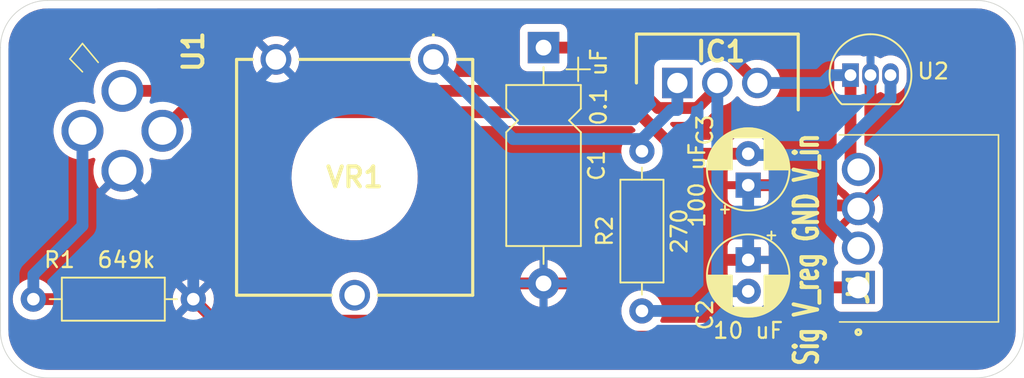
<source format=kicad_pcb>
(kicad_pcb (version 20211014) (generator pcbnew)
  (layers (0 "F.Cu" signal) (31 "B.Cu" signal) (34 "B.Paste" user) (35 "F.Paste" user) (36 "B.SilkS" user "B.Silkscreen") (37 "F.SilkS" user "F.Silkscreen") (38 "B.Mask" user) (39 "F.Mask" user) (44 "Edge.Cuts" user))
  (net 0 "")
  (net 1 "GND")
  (net 2 "VDD")
  (net 3 "Net-(C2-Pad2)")
  (net 4 "Net-(IC1-Pad1)")
  (net 5 "V_reg")
  (net 6 "V_out")
  (net 7 "Net-(VR1-PadS1)")
  (footprint "Capacitor_THT:CP_Radial_D5.0mm_P2.00mm" (layer "F.Cu") (at 59.5 28.5 -90)
    (fp_text reference "C2" (at 3.5 2.75 90) (layer "F.SilkS"))
    (fp_text value "10 uF" (at 4.5 0 180) (layer "F.SilkS"))
    (fp_line (start 2.121 1.04) (end 2.121 2.329) (layer "F.SilkS") (width 0.12))
    (fp_line (start 2.401 -2.175) (end 2.401 -1.04) (layer "F.SilkS") (width 0.12))
    (fp_line (start 3.121 -1.5) (end 3.121 1.5) (layer "F.SilkS") (width 0.12))
    (fp_line (start 1.36 -2.556) (end 1.36 -1.04) (layer "F.SilkS") (width 0.12))
    (fp_line (start 3.001 1.04) (end 3.001 1.653) (layer "F.SilkS") (width 0.12))
    (fp_line (start 2.561 1.04) (end 2.561 2.065) (layer "F.SilkS") (width 0.12))
    (fp_line (start 1.48 1.04) (end 1.48 2.536) (layer "F.SilkS") (width 0.12))
    (fp_line (start 2.441 1.04) (end 2.441 2.149) (layer "F.SilkS") (width 0.12))
    (fp_line (start -1.554775 -1.725) (end -1.554775 -1.225) (layer "F.SilkS") (width 0.12))
    (fp_line (start 2.481 1.04) (end 2.481 2.122) (layer "F.SilkS") (width 0.12))
    (fp_line (start 1.721 -2.48) (end 1.721 -1.04) (layer "F.SilkS") (width 0.12))
    (fp_line (start 3.041 -1.605) (end 3.041 1.605) (layer "F.SilkS") (width 0.12))
    (fp_line (start 3.321 -1.178) (end 3.321 1.178) (layer "F.SilkS") (width 0.12))
    (fp_line (start 3.361 -1.098) (end 3.361 1.098) (layer "F.SilkS") (width 0.12))
    (fp_line (start 2.601 -2.035) (end 2.601 -1.04) (layer "F.SilkS") (width 0.12))
    (fp_line (start 2.521 -2.095) (end 2.521 -1.04) (layer "F.SilkS") (width 0.12))
    (fp_line (start 1.56 -2.52) (end 1.56 -1.04) (layer "F.SilkS") (width 0.12))
    (fp_line (start 2.161 1.04) (end 2.161 2.31) (layer "F.SilkS") (width 0.12))
    (fp_line (start 1.04 -2.58) (end 1.04 -1.04) (layer "F.SilkS") (width 0.12))
    (fp_line (start 1.32 1.04) (end 1.32 2.561) (layer "F.SilkS") (width 0.12))
    (fp_line (start 2.841 1.04) (end 2.841 1.826) (layer "F.SilkS") (width 0.12))
    (fp_line (start 1.64 1.04) (end 1.64 2.501) (layer "F.SilkS") (width 0.12))
    (fp_line (start 2.041 -2.365) (end 2.041 -1.04) (layer "F.SilkS") (width 0.12))
    (fp_line (start 3.601 -0.284) (end 3.601 0.284) (layer "F.SilkS") (width 0.12))
    (fp_line (start 2.641 1.04) (end 2.641 2.004) (layer "F.SilkS") (width 0.12))
    (fp_line (start 1.721 1.04) (end 1.721 2.48) (layer "F.SilkS") (width 0.12))
    (fp_line (start 3.161 -1.443) (end 3.161 1.443) (layer "F.SilkS") (width 0.12))
    (fp_line (start 1.2 1.04) (end 1.2 2.573) (layer "F.SilkS") (width 0.12))
    (fp_line (start 2.481 -2.122) (end 2.481 -1.04) (layer "F.SilkS") (width 0.12))
    (fp_line (start 2.601 1.04) (end 2.601 2.035) (layer "F.SilkS") (width 0.12))
    (fp_line (start 2.881 1.04) (end 2.881 1.785) (layer "F.SilkS") (width 0.12))
    (fp_line (start 1.4 1.04) (end 1.4 2.55) (layer "F.SilkS") (width 0.12))
    (fp_line (start 2.441 -2.149) (end 2.441 -1.04) (layer "F.SilkS") (width 0.12))
    (fp_line (start 1.48 -2.536) (end 1.48 -1.04) (layer "F.SilkS") (width 0.12))
    (fp_line (start 1.24 1.04) (end 1.24 2.569) (layer "F.SilkS") (width 0.12))
    (fp_line (start 2.321 -2.224) (end 2.321 -1.04) (layer "F.SilkS") (width 0.12))
    (fp_line (start 2.801 1.04) (end 2.801 1.864) (layer "F.SilkS") (width 0.12))
    (fp_line (start 2.081 -2.348) (end 2.081 -1.04) (layer "F.SilkS") (width 0.12))
    (fp_line (start 1.36 1.04) (end 1.36 2.556) (layer "F.SilkS") (width 0.12))
    (fp_line (start 1.44 -2.543) (end 1.44 -1.04) (layer "F.SilkS") (width 0.12))
    (fp_line (start 1.64 -2.501) (end 1.64 -1.04) (layer "F.SilkS") (width 0.12))
    (fp_line (start 2.281 1.04) (end 2.281 2.247) (layer "F.SilkS") (width 0.12))
    (fp_line (start 1.68 -2.491) (end 1.68 -1.04) (layer "F.SilkS") (width 0.12))
    (fp_line (start 1.12 1.04) (end 1.12 2.578) (layer "F.SilkS") (width 0.12))
    (fp_line (start 1.04 1.04) (end 1.04 2.58) (layer "F.SilkS") (width 0.12))
    (fp_line (start 1.32 -2.561) (end 1.32 -1.04) (layer "F.SilkS") (width 0.12))
    (fp_line (start 2.841 -1.826) (end 2.841 -1.04) (layer "F.SilkS") (width 0.12))
    (fp_line (start 1.44 1.04) (end 1.44 2.543) (layer "F.SilkS") (width 0.12))
    (fp_line (start 1.841 -2.442) (end 1.841 -1.04) (layer "F.SilkS") (width 0.12))
    (fp_line (start 3.561 -0.518) (end 3.561 0.518) (layer "F.SilkS") (width 0.12))
    (fp_line (start 2.001 -2.382) (end 2.001 -1.04) (layer "F.SilkS") (width 0.12))
    (fp_line (start 2.401 1.04) (end 2.401 2.175) (layer "F.SilkS") (width 0.12))
    (fp_line (start 2.921 1.04) (end 2.921 1.743) (layer "F.SilkS") (width 0.12))
    (fp_line (start 1.801 -2.455) (end 1.801 -1.04) (layer "F.SilkS") (width 0.12))
    (fp_line (start 2.521 1.04) (end 2.521 2.095) (layer "F.SilkS") (width 0.12))
    (fp_line (start 1.881 -2.428) (end 1.881 -1.04) (layer "F.SilkS") (width 0.12))
    (fp_line (start 2.881 -1.785) (end 2.881 -1.04) (layer "F.SilkS") (width 0.12))
    (fp_line (start 1.921 1.04) (end 1.921 2.414) (layer "F.SilkS") (width 0.12))
    (fp_line (start 1.24 -2.569) (end 1.24 -1.04) (layer "F.SilkS") (width 0.12))
    (fp_line (start 1.68 1.04) (end 1.68 2.491) (layer "F.SilkS") (width 0.12))
    (fp_line (start 1.52 -2.528) (end 1.52 -1.04) (layer "F.SilkS") (width 0.12))
    (fp_line (start 2.921 -1.743) (end 2.921 -1.04) (layer "F.SilkS") (width 0.12))
    (fp_line (start 2.361 1.04) (end 2.361 2.2) (layer "F.SilkS") (width 0.12))
    (fp_line (start 1.12 -2.578) (end 1.12 -1.04) (layer "F.SilkS") (width 0.12))
    (fp_line (start 2.321 1.04) (end 2.321 2.224) (layer "F.SilkS") (width 0.12))
    (fp_line (start 2.801 -1.864) (end 2.801 -1.04) (layer "F.SilkS") (width 0.12))
    (fp_line (start 1.841 1.04) (end 1.841 2.442) (layer "F.SilkS") (width 0.12))
    (fp_line (start 3.441 -0.915) (end 3.441 0.915) (layer "F.SilkS") (width 0.12))
    (fp_line (start 3.241 -1.319) (end 3.241 1.319) (layer "F.SilkS") (width 0.12))
    (fp_line (start 2.081 1.04) (end 2.081 2.348) (layer "F.SilkS") (width 0.12))
    (fp_line (start 1.761 -2.468) (end 1.761 -1.04) (layer "F.SilkS") (width 0.12))
    (fp_line (start 2.681 -1.971) (end 2.681 -1.04) (layer "F.SilkS") (width 0.12))
    (fp_line (start 1.08 -2.579) (end 1.08 -1.04) (layer "F.SilkS") (width 0.12))
    (fp_line (start 1.921 -2.414) (end 1.921 -1.04) (layer "F.SilkS") (width 0.12))
    (fp_line (start 2.561 -2.065) (end 2.561 -1.04) (layer "F.SilkS") (width 0.12))
    (fp_line (start 2.001 1.04) (end 2.001 2.382) (layer "F.SilkS") (width 0.12))
    (fp_line (start 3.281 -1.251) (end 3.281 1.251) (layer "F.SilkS") (width 0.12))
    (fp_line (start 1.2 -2.573) (end 1.2 -1.04) (layer "F.SilkS") (width 0.12))
    (fp_line (start 1.56 1.04) (end 1.56 2.52) (layer "F.SilkS") (width 0.12))
    (fp_line (start 2.241 1.04) (end 2.241 2.268) (layer "F.SilkS") (width 0.12))
    (fp_line (start 2.121 -2.329) (end 2.121 -1.04) (layer "F.SilkS") (width 0.12))
    (fp_line (start 1.881 1.04) (end 1.881 2.428) (layer "F.SilkS") (width 0.12))
    (fp_line (start 2.281 -2.247) (end 2.281 -1.04) (layer "F.SilkS") (width 0.12))
    (fp_line (start 1.52 1.04) (end 1.52 2.528) (layer "F.SilkS") (width 0.12))
    (fp_line (start 2.721 1.04) (end 2.721 1.937) (layer "F.SilkS") (width 0.12))
    (fp_line (start 1.6 -2.511) (end 1.6 -1.04) (layer "F.SilkS") (width 0.12))
    (fp_line (start 2.201 1.04) (end 2.201 2.29) (layer "F.SilkS") (width 0.12))
    (fp_line (start 2.201 -2.29) (end 2.201 -1.04) (layer "F.SilkS") (width 0.12))
    (fp_line (start 1.08 1.04) (end 1.08 2.579) (layer "F.SilkS") (width 0.12))
    (fp_line (start 2.761 -1.901) (end 2.761 -1.04) (layer "F.SilkS") (width 0.12))
    (fp_line (start 3.521 -0.677) (end 3.521 0.677) (layer "F.SilkS") (width 0.12))
    (fp_line (start 2.961 -1.699) (end 2.961 -1.04) (layer "F.SilkS") (width 0.12))
    (fp_line (start 1.961 -2.398) (end 1.961 -1.04) (layer "F.SilkS") (width 0.12))
    (fp_line (start 1.16 1.04) (end 1.16 2.576) (layer "F.SilkS") (width 0.12))
    (fp_line (start 2.241 -2.268) (end 2.241 -1.04) (layer "F.SilkS") (width 0.12))
    (fp_line (start 1.6 1.04) (end 1.6 2.511) (layer "F.SilkS") (width 0.12))
    (fp_line (start 1.801 1.04) (end 1.801 2.455) (layer "F.SilkS") (width 0.12))
    (fp_line (start 1.16 -2.576) (end 1.16 -1.04) (layer "F.SilkS") (width 0.12))
    (fp_line (start 2.361 -2.2) (end 2.361 -1.04) (layer "F.SilkS") (width 0.12))
    (fp_line (start 3.001 -1.653) (end 3.001 -1.04) (layer "F.SilkS") (width 0.12))
    (fp_line (start 2.721 -1.937) (end 2.721 -1.04) (layer "F.SilkS") (width 0.12))
    (fp_line (start 3.481 -0.805) (end 3.481 0.805) (layer "F.SilkS") (width 0.12))
    (fp_line (start 1 1.04) (end 1 2.58) (layer "F.SilkS") (width 0.12))
    (fp_line (start 2.681 1.04) (end 2.681 1.971) (layer "F.SilkS") (width 0.12))
    (fp_line (start 1.28 -2.565) (end 1.28 -1.04) (layer "F.SilkS") (width 0.12))
    (fp_line (start 1.4 -2.55) (end 1.4 -1.04) (layer "F.SilkS") (width 0.12))
    (fp_line (start 3.081 -1.554) (end 3.081 1.554) (layer "F.SilkS") (width 0.12))
    (fp_line (start 2.161 -2.31) (end 2.161 -1.04) (layer "F.SilkS") (width 0.12))
    (fp_line (start 1 -2.58) (end 1 -1.04) (layer "F.SilkS") (width 0.12))
    (fp_line (start 1.28 1.04) (end 1.28 2.565) (layer "F.SilkS") (width 0.12))
    (fp_line (start 2.641 -2.004) (end 2.641 -1.04) (layer "F.SilkS") (width 0.12))
    (fp_line (start -1.804775 -1.475) (end -1.304775 -1.475) (layer "F.SilkS") (width 0.12))
    (fp_line (start 2.961 1.04) (end 2.961 1.699) (layer "F.SilkS") (width 0.12))
    (fp_line (start 1.761 1.04) (end 1.761 2.468) (layer "F.SilkS") (width 0.12))
    (fp_line (start 3.201 -1.383) (end 3.201 1.383) (layer "F.SilkS") (width 0.12))
    (fp_line (start 3.401 -1.011) (end 3.401 1.011) (layer "F.SilkS") (width 0.12))
    (fp_line (start 2.761 1.04) (end 2.761 1.901) (layer "F.SilkS") (width 0.12))
    (fp_line (start 2.041 1.04) (end 2.041 2.365) (layer "F.SilkS") (width 0.12))
    (fp_line (start 1.961 1.04) (end 1.961 2.398) (layer "F.SilkS") (width 0.12))
    (fp_circle (center 1 0) (end 3.62 0) (layer "F.SilkS") (width 0.12) (fill none))
    (pad "1" thru_hole rect locked (at 0 0 270) (size 1.6 1.6) (drill 0.8) (layers *.Cu *.Mask) (net 1 "GND"))
    (pad "2" thru_hole circle locked (at 2 0 270) (size 1.6 1.6) (drill 0.8) (layers *.Cu *.Mask) (net 3 "Net-(C2-Pad2)"))
  )
  (footprint "Mouser Import:SGAS701" (layer "F.Cu") (at 19.75 17.75 90)
    (fp_text reference "U1" (at 2.5 4.5 90) (layer "F.SilkS") (effects (font (size 1.27 1.27) (thickness 0.254))))
    (fp_text value "SGAS701" hide)
    (fp_line (start 1.21 -2.54) (end 2.032 -3.34) (layer "F.SilkS") (width 0.1))
    (fp_line (start 2.032 -3.34) (end 3.01 -2.54) (layer "F.SilkS") (width 0.1))
    (fp_line (start 3.01 -2.54) (end 1.81 -1.54) (layer "F.SilkS") (width 0.1))
    (pad "1" thru_hole circle locked (at 0 0 90) (size 2.667 2.667) (drill 1.778) (layers *.Cu *.Mask) (net 3 "Net-(C2-Pad2)"))
    (pad "2" thru_hole circle locked (at -2.54 2.54 90) (size 2.667 2.667) (drill 1.778) (layers *.Cu *.Mask) (net 5 "V_reg"))
    (pad "3" thru_hole circle locked (at -5.08 0 90) (size 2.667 2.667) (drill 1.778) (layers *.Cu *.Mask) (net 1 "GND"))
    (pad "4" thru_hole circle locked (at -2.54 -2.54 90) (size 2.667 2.667) (drill 1.778) (layers *.Cu *.Mask) (net 6 "V_out"))
  )
  (footprint "Mouser Import:TO254P482X997X2018-3P" (layer "F.Cu") (at 55 17.25)
    (fp_text reference "IC1" (at 2.75 -2) (layer "F.SilkS") (effects (font (size 1.27 1.27) (thickness 0.254))))
    (fp_text value "LM317MBTG" hide)
    (fp_line (start -2.6 -3.11) (end -2.6 0) (layer "F.SilkS") (width 0.2))
    (fp_line (start 7.68 1.71) (end 7.68 -3.11) (layer "F.SilkS") (width 0.2))
    (fp_line (start 7.68 -3.11) (end -2.6 -3.11) (layer "F.SilkS") (width 0.2))
    (pad "1" thru_hole rect locked (at 0 0) (size 1.935 1.935) (drill 1.29) (layers *.Cu *.Mask) (net 4 "Net-(IC1-Pad1)"))
    (pad "2" thru_hole circle locked (at 2.54 0) (size 1.935 1.935) (drill 1.29) (layers *.Cu *.Mask) (net 3 "Net-(C2-Pad2)"))
    (pad "3" thru_hole circle locked (at 5.08 0) (size 1.935 1.935) (drill 1.29) (layers *.Cu *.Mask) (net 2 "VDD"))
  )
  (footprint "Mouser Import:PT15NV15102A1010S" (layer "F.Cu") (at 39.5 15.75 180)
    (fp_text reference "VR1" (at 5 -7.5) (layer "F.SilkS") (effects (font (size 1.27 1.27) (thickness 0.254))))
    (fp_text value "PT15NV15-102A1010-S" hide)
    (fp_line (start 0 1.6) (end 0 1.6) (layer "F.SilkS") (width 0.1))
    (fp_line (start -1.5 0) (end -2.5 0) (layer "F.SilkS") (width 0.2))
    (fp_line (start -2.5 0) (end -2.5 -15) (layer "F.SilkS") (width 0.2))
    (fp_line (start -2.5 -15) (end 3.5 -15) (layer "F.SilkS") (width 0.2))
    (fp_line (start 0 1.5) (end 0 1.5) (layer "F.SilkS") (width 0.1))
    (fp_line (start 12.5 -15) (end 6.5 -15) (layer "F.SilkS") (width 0.2))
    (fp_line (start 11.5 0) (end 12.5 0) (layer "F.SilkS") (width 0.2))
    (fp_line (start 12.5 0) (end 12.5 -15) (layer "F.SilkS") (width 0.2))
    (fp_line (start 1.5 0) (end 8.5 0) (layer "F.SilkS") (width 0.2))
    (fp_arc (start 0 1.5) (mid 0.05 1.55) (end 0 1.6) (layer "F.SilkS") (width 0.1))
    (fp_arc (start 0 1.6) (mid -0.05 1.55) (end 0 1.5) (layer "F.SilkS") (width 0.1))
    (pad "" np_thru_hole circle locked (at 5 -7.5 180) (size 7 0) (drill 7) (layers *.Cu *.Mask))
    (pad "A1" thru_hole circle locked (at 0 0 180) (size 1.95 1.95) (drill 1.3) (layers *.Cu *.Mask) (net 4 "Net-(IC1-Pad1)"))
    (pad "E1" thru_hole circle locked (at 10 0 180) (size 1.95 1.95) (drill 1.3) (layers *.Cu *.Mask) (net 1 "GND"))
    (pad "S1" thru_hole circle locked (at 5 -15 180) (size 1.95 1.95) (drill 1.3) (layers *.Cu *.Mask) (net 7 "Net-(VR1-PadS1)"))
  )
  (footprint "Package_TO_SOT_THT:TO-92_Inline" (layer "F.Cu") (at 66 16.75)
    (fp_text reference "U2" (at 5.25 -0.25) (layer "F.SilkS"))
    (fp_text value "LM2931AZ-5.0_TO92")
    (fp_line (start -0.53 1.85) (end 3.07 1.85) (layer "F.SilkS") (width 0.12))
    (fp_arc (start 1.27 -2.6) (mid 3.672087 -0.994977) (end 3.108478 1.838478) (layer "F.SilkS") (width 0.12))
    (fp_arc (start -0.568478 1.838478) (mid -1.132087 -0.994977) (end 1.27 -2.6) (layer "F.SilkS") (width 0.12))
    (pad "1" thru_hole rect locked (at 0 0) (size 1.05 1.5) (drill 0.75) (layers *.Cu *.Mask) (net 2 "VDD"))
    (pad "2" thru_hole oval locked (at 1.27 0) (size 1.05 1.5) (drill 0.75) (layers *.Cu *.Mask) (net 1 "GND"))
    (pad "3" thru_hole oval locked (at 2.54 0) (size 1.05 1.5) (drill 0.75) (layers *.Cu *.Mask) (net 5 "V_reg"))
  )
  (footprint "Resistor_THT:R_Axial_DIN0207_L6.3mm_D2.5mm_P10.16mm_Horizontal" (layer "F.Cu") (at 52.75 31.75 90)
    (fp_text reference "R2" (at 5.08 -2.37 90) (layer "F.SilkS"))
    (fp_text value "270" (at 5.08 2.37 90) (layer "F.SilkS"))
    (fp_line (start 1.04 0) (end 1.81 0) (layer "F.SilkS") (width 0.12))
    (fp_line (start 1.81 -1.37) (end 1.81 1.37) (layer "F.SilkS") (width 0.12))
    (fp_line (start 9.12 0) (end 8.35 0) (layer "F.SilkS") (width 0.12))
    (fp_line (start 8.35 -1.37) (end 1.81 -1.37) (layer "F.SilkS") (width 0.12))
    (fp_line (start 1.81 1.37) (end 8.35 1.37) (layer "F.SilkS") (width 0.12))
    (fp_line (start 8.35 1.37) (end 8.35 -1.37) (layer "F.SilkS") (width 0.12))
    (pad "1" thru_hole circle locked (at 0 0 90) (size 1.6 1.6) (drill 0.8) (layers *.Cu *.Mask) (net 3 "Net-(C2-Pad2)"))
    (pad "2" thru_hole oval locked (at 10.16 0 90) (size 1.6 1.6) (drill 0.8) (layers *.Cu *.Mask) (net 4 "Net-(IC1-Pad1)"))
  )
  (footprint "Resistor_THT:R_Axial_DIN0207_L6.3mm_D2.5mm_P10.16mm_Horizontal" (layer "F.Cu") (at 24.25 31 180)
    (fp_text reference "R1" (at 8.5 2.5) (layer "F.SilkS"))
    (fp_text value "649k" (at 4.25 2.5) (layer "F.SilkS"))
    (fp_line (start 8.35 1.37) (end 8.35 -1.37) (layer "F.SilkS") (width 0.12))
    (fp_line (start 1.81 -1.37) (end 1.81 1.37) (layer "F.SilkS") (width 0.12))
    (fp_line (start 9.12 0) (end 8.35 0) (layer "F.SilkS") (width 0.12))
    (fp_line (start 1.04 0) (end 1.81 0) (layer "F.SilkS") (width 0.12))
    (fp_line (start 8.35 -1.37) (end 1.81 -1.37) (layer "F.SilkS") (width 0.12))
    (fp_line (start 1.81 1.37) (end 8.35 1.37) (layer "F.SilkS") (width 0.12))
    (pad "1" thru_hole circle locked (at 0 0 180) (size 1.6 1.6) (drill 0.8) (layers *.Cu *.Mask) (net 1 "GND"))
    (pad "2" thru_hole oval locked (at 10.16 0 180) (size 1.6 1.6) (drill 0.8) (layers *.Cu *.Mask) (net 6 "V_out"))
  )
  (footprint "Capacitor_THT:CP_Radial_D5.0mm_P2.00mm" (layer "F.Cu") (at 59.5 23.75 90)
    (fp_text reference "C3" (at 3.5 -2.75 90) (layer "F.SilkS"))
    (fp_text value "100 uF" (at 0 -3.25 90) (layer "F.SilkS"))
    (fp_line (start 2.681 1.04) (end 2.681 1.971) (layer "F.SilkS") (width 0.12))
    (fp_line (start 2.681 -1.971) (end 2.681 -1.04) (layer "F.SilkS") (width 0.12))
    (fp_line (start 2.841 -1.826) (end 2.841 -1.04) (layer "F.SilkS") (width 0.12))
    (fp_line (start 3.121 -1.5) (end 3.121 1.5) (layer "F.SilkS") (width 0.12))
    (fp_line (start 2.361 1.04) (end 2.361 2.2) (layer "F.SilkS") (width 0.12))
    (fp_line (start 2.721 -1.937) (end 2.721 -1.04) (layer "F.SilkS") (width 0.12))
    (fp_line (start 1.08 1.04) (end 1.08 2.579) (layer "F.SilkS") (width 0.12))
    (fp_line (start 1.24 -2.569) (end 1.24 -1.04) (layer "F.SilkS") (width 0.12))
    (fp_line (start 2.481 -2.122) (end 2.481 -1.04) (layer "F.SilkS") (width 0.12))
    (fp_line (start 2.881 -1.785) (end 2.881 -1.04) (layer "F.SilkS") (width 0.12))
    (fp_line (start 1.921 1.04) (end 1.921 2.414) (layer "F.SilkS") (width 0.12))
    (fp_line (start 3.161 -1.443) (end 3.161 1.443) (layer "F.SilkS") (width 0.12))
    (fp_line (start 1.2 1.04) (end 1.2 2.573) (layer "F.SilkS") (width 0.12))
    (fp_line (start 1.761 -2.468) (end 1.761 -1.04) (layer "F.SilkS") (width 0.12))
    (fp_line (start -1.804775 -1.475) (end -1.304775 -1.475) (layer "F.SilkS") (width 0.12))
    (fp_line (start 3.361 -1.098) (end 3.361 1.098) (layer "F.SilkS") (width 0.12))
    (fp_line (start 1.761 1.04) (end 1.761 2.468) (layer "F.SilkS") (width 0.12))
    (fp_line (start 2.801 1.04) (end 2.801 1.864) (layer "F.SilkS") (width 0.12))
    (fp_line (start 2.081 -2.348) (end 2.081 -1.04) (layer "F.SilkS") (width 0.12))
    (fp_line (start 2.401 1.04) (end 2.401 2.175) (layer "F.SilkS") (width 0.12))
    (fp_line (start 2.561 1.04) (end 2.561 2.065) (layer "F.SilkS") (width 0.12))
    (fp_line (start 1.841 -2.442) (end 1.841 -1.04) (layer "F.SilkS") (width 0.12))
    (fp_line (start 2.281 1.04) (end 2.281 2.247) (layer "F.SilkS") (width 0.12))
    (fp_line (start 3.041 -1.605) (end 3.041 1.605) (layer "F.SilkS") (width 0.12))
    (fp_line (start 1.28 -2.565) (end 1.28 -1.04) (layer "F.SilkS") (width 0.12))
    (fp_line (start 2.241 -2.268) (end 2.241 -1.04) (layer "F.SilkS") (width 0.12))
    (fp_line (start 2.001 -2.382) (end 2.001 -1.04) (layer "F.SilkS") (width 0.12))
    (fp_line (start 2.601 1.04) (end 2.601 2.035) (layer "F.SilkS") (width 0.12))
    (fp_line (start 2.361 -2.2) (end 2.361 -1.04) (layer "F.SilkS") (width 0.12))
    (fp_line (start 1.24 1.04) (end 1.24 2.569) (layer "F.SilkS") (width 0.12))
    (fp_line (start 3.481 -0.805) (end 3.481 0.805) (layer "F.SilkS") (width 0.12))
    (fp_line (start 1.16 1.04) (end 1.16 2.576) (layer "F.SilkS") (width 0.12))
    (fp_line (start 1.921 -2.414) (end 1.921 -1.04) (layer "F.SilkS") (width 0.12))
    (fp_line (start 2.961 1.04) (end 2.961 1.699) (layer "F.SilkS") (width 0.12))
    (fp_line (start 2.001 1.04) (end 2.001 2.382) (layer "F.SilkS") (width 0.12))
    (fp_line (start 1.32 1.04) (end 1.32 2.561) (layer "F.SilkS") (width 0.12))
    (fp_line (start 1.4 -2.55) (end 1.4 -1.04) (layer "F.SilkS") (width 0.12))
    (fp_line (start 3.561 -0.518) (end 3.561 0.518) (layer "F.SilkS") (width 0.12))
    (fp_line (start 2.241 1.04) (end 2.241 2.268) (layer "F.SilkS") (width 0.12))
    (fp_line (start 1.44 1.04) (end 1.44 2.543) (layer "F.SilkS") (width 0.12))
    (fp_line (start 3.281 -1.251) (end 3.281 1.251) (layer "F.SilkS") (width 0.12))
    (fp_line (start 2.761 1.04) (end 2.761 1.901) (layer "F.SilkS") (width 0.12))
    (fp_line (start 1 1.04) (end 1 2.58) (layer "F.SilkS") (width 0.12))
    (fp_line (start 1.36 1.04) (end 1.36 2.556) (layer "F.SilkS") (width 0.12))
    (fp_line (start 2.161 1.04) (end 2.161 2.31) (layer "F.SilkS") (width 0.12))
    (fp_line (start 2.521 1.04) (end 2.521 2.095) (layer "F.SilkS") (width 0.12))
    (fp_line (start 1.961 1.04) (end 1.961 2.398) (layer "F.SilkS") (width 0.12))
    (fp_line (start 3.441 -0.915) (end 3.441 0.915) (layer "F.SilkS") (width 0.12))
    (fp_line (start 2.921 1.04) (end 2.921 1.743) (layer "F.SilkS") (width 0.12))
    (fp_line (start 2.161 -2.31) (end 2.161 -1.04) (layer "F.SilkS") (width 0.12))
    (fp_line (start 1.36 -2.556) (end 1.36 -1.04) (layer "F.SilkS") (width 0.12))
    (fp_line (start 1.68 1.04) (end 1.68 2.491) (layer "F.SilkS") (width 0.12))
    (fp_line (start 3.001 -1.653) (end 3.001 -1.04) (layer "F.SilkS") (width 0.12))
    (fp_line (start 1.721 1.04) (end 1.721 2.48) (layer "F.SilkS") (width 0.12))
    (fp_line (start 2.281 -2.247) (end 2.281 -1.04) (layer "F.SilkS") (width 0.12))
    (fp_line (start 2.321 -2.224) (end 2.321 -1.04) (layer "F.SilkS") (width 0.12))
    (fp_line (start 2.841 1.04) (end 2.841 1.826) (layer "F.SilkS") (width 0.12))
    (fp_line (start 1.64 1.04) (end 1.64 2.501) (layer "F.SilkS") (width 0.12))
    (fp_line (start 2.601 -2.035) (end 2.601 -1.04) (layer "F.SilkS") (width 0.12))
    (fp_line (start 2.121 -2.329) (end 2.121 -1.04) (layer "F.SilkS") (width 0.12))
    (fp_line (start 1.04 -2.58) (end 1.04 -1.04) (layer "F.SilkS") (width 0.12))
    (fp_line (start 3.241 -1.319) (end 3.241 1.319) (layer "F.SilkS") (width 0.12))
    (fp_line (start 2.561 -2.065) (end 2.561 -1.04) (layer "F.SilkS") (width 0.12))
    (fp_line (start 1.2 -2.573) (end 1.2 -1.04) (layer "F.SilkS") (width 0.12))
    (fp_line (start 3.001 1.04) (end 3.001 1.653) (layer "F.SilkS") (width 0.12))
    (fp_line (start 1.28 1.04) (end 1.28 2.565) (layer "F.SilkS") (width 0.12))
    (fp_line (start 1.56 -2.52) (end 1.56 -1.04) (layer "F.SilkS") (width 0.12))
    (fp_line (start 2.961 -1.699) (end 2.961 -1.04) (layer "F.SilkS") (width 0.12))
    (fp_line (start 1.881 -2.428) (end 1.881 -1.04) (layer "F.SilkS") (width 0.12))
    (fp_line (start 1.68 -2.491) (end 1.68 -1.04) (layer "F.SilkS") (width 0.12))
    (fp_line (start 2.881 1.04) (end 2.881 1.785) (layer "F.SilkS") (width 0.12))
    (fp_line (start 1.801 1.04) (end 1.801 2.455) (layer "F.SilkS") (width 0.12))
    (fp_line (start 2.801 -1.864) (end 2.801 -1.04) (layer "F.SilkS") (width 0.12))
    (fp_line (start 2.041 1.04) (end 2.041 2.365) (layer "F.SilkS") (width 0.12))
    (fp_line (start 1.32 -2.561) (end 1.32 -1.04) (layer "F.SilkS") (width 0.12))
    (fp_line (start -1.554775 -1.725) (end -1.554775 -1.225) (layer "F.SilkS") (width 0.12))
    (fp_line (start 1.12 -2.578) (end 1.12 -1.04) (layer "F.SilkS") (width 0.12))
    (fp_line (start 2.041 -2.365) (end 2.041 -1.04) (layer "F.SilkS") (width 0.12))
    (fp_line (start 1.16 -2.576) (end 1.16 -1.04) (layer "F.SilkS") (width 0.12))
    (fp_line (start 2.721 1.04) (end 2.721 1.937) (layer "F.SilkS") (width 0.12))
    (fp_line (start 1.48 1.04) (end 1.48 2.536) (layer "F.SilkS") (width 0.12))
    (fp_line (start 1.12 1.04) (end 1.12 2.578) (layer "F.SilkS") (width 0.12))
    (fp_line (start 2.641 1.04) (end 2.641 2.004) (layer "F.SilkS") (width 0.12))
    (fp_line (start 2.201 -2.29) (end 2.201 -1.04) (layer "F.SilkS") (width 0.12))
    (fp_line (start 1.52 -2.528) (end 1.52 -1.04) (layer "F.SilkS") (width 0.12))
    (fp_line (start 2.401 -2.175) (end 2.401 -1.04) (layer "F.SilkS") (width 0.12))
    (fp_line (start 1.721 -2.48) (end 1.721 -1.04) (layer "F.SilkS") (width 0.12))
    (fp_line (start 2.201 1.04) (end 2.201 2.29) (layer "F.SilkS") (width 0.12))
    (fp_line (start 1.6 1.04) (end 1.6 2.511) (layer "F.SilkS") (width 0.12))
    (fp_line (start 1.801 -2.455) (end 1.801 -1.04) (layer "F.SilkS") (width 0.12))
    (fp_line (start 1.64 -2.501) (end 1.64 -1.04) (layer "F.SilkS") (width 0.12))
    (fp_line (start 2.761 -1.901) (end 2.761 -1.04) (layer "F.SilkS") (width 0.12))
    (fp_line (start 1.4 1.04) (end 1.4 2.55) (layer "F.SilkS") (width 0.12))
    (fp_line (start 1.48 -2.536) (end 1.48 -1.04) (layer "F.SilkS") (width 0.12))
    (fp_line (start 1.961 -2.398) (end 1.961 -1.04) (layer "F.SilkS") (width 0.12))
    (fp_line (start 3.201 -1.383) (end 3.201 1.383) (layer "F.SilkS") (width 0.12))
    (fp_line (start 3.601 -0.284) (end 3.601 0.284) (layer "F.SilkS") (width 0.12))
    (fp_line (start 2.321 1.04) (end 2.321 2.224) (layer "F.SilkS") (width 0.12))
    (fp_line (start 1.6 -2.511) (end 1.6 -1.04) (layer "F.SilkS") (width 0.12))
    (fp_line (start 1.841 1.04) (end 1.841 2.442) (layer "F.SilkS") (width 0.12))
    (fp_line (start 1.08 -2.579) (end 1.08 -1.04) (layer "F.SilkS") (width 0.12))
    (fp_line (start 1.56 1.04) (end 1.56 2.52) (layer "F.SilkS") (width 0.12))
    (fp_line (start 3.401 -1.011) (end 3.401 1.011) (layer "F.SilkS") (width 0.12))
    (fp_line (start 2.481 1.04) (end 2.481 2.122) (layer "F.SilkS") (width 0.12))
    (fp_line (start 1.881 1.04) (end 1.881 2.428) (layer "F.SilkS") (width 0.12))
    (fp_line (start 1.04 1.04) (end 1.04 2.58) (layer "F.SilkS") (width 0.12))
    (fp_line (start 2.441 -2.149) (end 2.441 -1.04) (layer "F.SilkS") (width 0.12))
    (fp_line (start 2.921 -1.743) (end 2.921 -1.04) (layer "F.SilkS") (width 0.12))
    (fp_line (start 3.521 -0.677) (end 3.521 0.677) (layer "F.SilkS") (width 0.12))
    (fp_line (start 2.441 1.04) (end 2.441 2.149) (layer "F.SilkS") (width 0.12))
    (fp_line (start 3.081 -1.554) (end 3.081 1.554) (layer "F.SilkS") (width 0.12))
    (fp_line (start 2.081 1.04) (end 2.081 2.348) (layer "F.SilkS") (width 0.12))
    (fp_line (start 3.321 -1.178) (end 3.321 1.178) (layer "F.SilkS") (width 0.12))
    (fp_line (start 1.44 -2.543) (end 1.44 -1.04) (layer "F.SilkS") (width 0.12))
    (fp_line (start 2.121 1.04) (end 2.121 2.329) (layer "F.SilkS") (width 0.12))
    (fp_line (start 1 -2.58) (end 1 -1.04) (layer "F.SilkS") (width 0.12))
    (fp_line (start 2.641 -2.004) (end 2.641 -1.04) (layer "F.SilkS") (width 0.12))
    (fp_line (start 1.52 1.04) (end 1.52 2.528) (layer "F.SilkS") (width 0.12))
    (fp_line (start 2.521 -2.095) (end 2.521 -1.04) (layer "F.SilkS") (width 0.12))
    (fp_circle (center 1 0) (end 3.62 0) (layer "F.SilkS") (width 0.12) (fill none))
    (pad "1" thru_hole rect locked (at 0 0 90) (size 1.6 1.6) (drill 0.8) (layers *.Cu *.Mask) (net 1 "GND"))
    (pad "2" thru_hole circle locked (at 2 0 90) (size 1.6 1.6) (drill 0.8) (layers *.Cu *.Mask) (net 5 "V_reg"))
  )
  (footprint "Mouser Import:1963447" (layer "F.Cu") (at 66.5 30.25 90)
    (fp_text reference "J1" (at 0 0 90) (layer "F.SilkS") (effects (font (size 1.27 1.27) (thickness 0.254))))
    (fp_text value "Conn_01x04" hide)
    (fp_line (start 9.7 -1.2) (end 9.7 8.9) (layer "F.SilkS") (width 0.1))
    (fp_line (start -2.2 8.9) (end -2.2 -1.2) (layer "F.SilkS") (width 0.1))
    (fp_line (start 9.7 8.9) (end -2.2 8.9) (layer "F.SilkS") (width 0.1))
    (fp_circle (center -2.85 0) (end -2.85 0.05) (layer "F.SilkS") (width 0.2) (fill none))
    (pad "1" thru_hole rect locked (at 0 0 90) (size 2.1 2.1) (drill 1.4) (layers *.Cu *.Mask) (net 6 "V_out"))
    (pad "2" thru_hole circle locked (at 2.5 0 90) (size 2.1 2.1) (drill 1.4) (layers *.Cu *.Mask) (net 5 "V_reg"))
    (pad "3" thru_hole circle locked (at 5 0 90) (size 2.1 2.1) (drill 1.4) (layers *.Cu *.Mask) (net 1 "GND"))
    (pad "4" thru_hole circle locked (at 7.5 0 90) (size 2.1 2.1) (drill 1.4) (layers *.Cu *.Mask) (net 2 "VDD"))
  )
  (footprint "Capacitor_THT:CP_Axial_L10.0mm_D4.5mm_P15.00mm_Horizontal" (layer "F.Cu") (at 46.5 15 -90)
    (fp_text reference "C1" (at 7.5 -3.37 90) (layer "F.SilkS"))
    (fp_text value "0.1 uF" (at 2.5 -3.5 90) (layer "F.SilkS"))
    (fp_line (start 1.38 -2.95) (end 1.38 -1.45) (layer "F.SilkS") (width 0.12))
    (fp_line (start 5.38 -2.37) (end 12.62 -2.37) (layer "F.SilkS") (width 0.12))
    (fp_line (start 13.76 0) (end 12.62 0) (layer "F.SilkS") (width 0.12))
    (fp_line (start 5.38 2.37) (end 12.62 2.37) (layer "F.SilkS") (width 0.12))
    (fp_line (start 2.38 -2.37) (end 2.38 2.37) (layer "F.SilkS") (width 0.12))
    (fp_line (start 1.24 0) (end 2.38 0) (layer "F.SilkS") (width 0.12))
    (fp_line (start 2.38 2.37) (end 3.88 2.37) (layer "F.SilkS") (width 0.12))
    (fp_line (start 0.63 -2.2) (end 2.13 -2.2) (layer "F.SilkS") (width 0.12))
    (fp_line (start 12.62 -2.37) (end 12.62 2.37) (layer "F.SilkS") (width 0.12))
    (fp_line (start 2.38 -2.37) (end 3.88 -2.37) (layer "F.SilkS") (width 0.12))
    (fp_line (start 4.63 -1.62) (end 5.38 -2.37) (layer "F.SilkS") (width 0.12))
    (fp_line (start 3.88 2.37) (end 4.63 1.62) (layer "F.SilkS") (width 0.12))
    (fp_line (start 3.88 -2.37) (end 4.63 -1.62) (layer "F.SilkS") (width 0.12))
    (fp_line (start 4.63 1.62) (end 5.38 2.37) (layer "F.SilkS") (width 0.12))
    (pad "1" thru_hole rect locked (at 0 0 270) (size 2 2) (drill 1) (layers *.Cu *.Mask) (net 2 "VDD"))
    (pad "2" thru_hole oval locked (at 15 0 270) (size 2 2) (drill 1) (layers *.Cu *.Mask) (net 1 "GND"))
  )
  (gr_line (start 74.00368 11.99632) (end 15 12) (layer "Edge.Cuts") (width 0.05))
  (gr_arc (start 74.00368 11.99632) (mid 76.125 12.875) (end 77.00368 14.99632) (layer "Edge.Cuts") (width 0.05))
  (gr_arc (start 14.99632 36.00368) (mid 12.875 35.125) (end 11.99632 33.00368) (layer "Edge.Cuts") (width 0.05))
  (gr_arc (start 12 15) (mid 12.87868 12.87868) (end 15 12) (layer "Edge.Cuts") (width 0.05))
  (gr_arc (start 77.00368 33.00368) (mid 76.125 35.125) (end 74.00368 36.00368) (layer "Edge.Cuts") (width 0.05))
  (gr_line (start 14.99632 36.00368) (end 74.00368 36.00368) (layer "Edge.Cuts") (width 0.05))
  (gr_line (start 77.00368 33.00368) (end 77.00368 14.99632) (layer "Edge.Cuts") (width 0.05))
  (gr_line (start 12 15) (end 11.99632 33.00368) (layer "Edge.Cuts") (width 0.05))
  (gr_text "Sig V_reg GND V_in" (at 63.2 27.85 90) (layer "F.SilkS") (effects (font (size 1.5 1) (thickness 0.25))))
  (segment (start 25.6192 32.3692) (end 42.3808 32.3692) (width 0.75) (layer "F.Cu") (net 1))
  (segment (start 48.25 30) (end 49.75 28.5) (width 0.75) (layer "F.Cu") (net 1))
  (segment (start 66.5 25.0405) (end 66.5 25.25) (width 0.75) (layer "F.Cu") (net 1))
  (segment (start 42.3808 32.3692) (end 44.75 30) (width 0.75) (layer "F.Cu") (net 1))
  (segment (start 49.75 28.5) (end 59.5 28.5) (width 0.75) (layer "F.Cu") (net 1))
  (segment (start 66.5 25.0405) (end 66.6488 25.0405) (width 0.75) (layer "F.Cu") (net 1))
  (segment (start 68.1823 20.3152) (end 67.27 19.4029) (width 0.75) (layer "F.Cu") (net 1))
  (segment (start 67.27 19.4029) (end 67.27 16.75) (width 0.75) (layer "F.Cu") (net 1))
  (segment (start 68.1823 23.507) (end 68.1823 20.3152) (width 0.75) (layer "F.Cu") (net 1))
  (segment (start 61.05 23.75) (end 62.3405 25.0405) (width 0.75) (layer "F.Cu") (net 1))
  (segment (start 62.3405 25.0405) (end 66.5 25.0405) (width 0.75) (layer "F.Cu") (net 1))
  (segment (start 46.5 30) (end 44.75 30) (width 0.75) (layer "F.Cu") (net 1))
  (segment (start 66.6488 25.0405) (end 68.1823 23.507) (width 0.75) (layer "F.Cu") (net 1))
  (segment (start 24.25 31) (end 25.6192 32.3692) (width 0.75) (layer "F.Cu") (net 1))
  (segment (start 59.5 23.75) (end 61.05 23.75) (width 0.75) (layer "F.Cu") (net 1))
  (segment (start 46.5 30) (end 48.25 30) (width 0.75) (layer "F.Cu") (net 1))
  (segment (start 24.25 27.33) (end 21.1683 24.2482) (width 0.75) (layer "B.Cu") (net 1))
  (segment (start 21.1683 24.2482) (end 19.75 22.83) (width 0.75) (layer "B.Cu") (net 1))
  (segment (start 24.25 31) (end 24.25 27.33) (width 0.75) (layer "B.Cu") (net 1))
  (segment (start 21.1683 24.2482) (end 29.5 15.9165) (width 0.75) (layer "B.Cu") (net 1))
  (segment (start 29.5 15.9165) (end 29.5 15.75) (width 0.75) (layer "B.Cu") (net 1))
  (segment (start 59.5 28.5) (end 59.5 23.75) (width 0.75) (layer "B.Cu") (net 1))
  (segment (start 57.83 15) (end 60.08 17.25) (width 0.75) (layer "F.Cu") (net 2))
  (segment (start 66 22.25) (end 66 16.75) (width 0.75) (layer "F.Cu") (net 2))
  (segment (start 66.5 22.75) (end 66 22.25) (width 0.75) (layer "F.Cu") (net 2))
  (segment (start 46.5 15) (end 57.83 15) (width 0.75) (layer "F.Cu") (net 2))
  (segment (start 66 16.75) (end 64.725 16.75) (width 0.75) (layer "B.Cu") (net 2))
  (segment (start 60.08 17.25) (end 64.225 17.25) (width 0.75) (layer "B.Cu") (net 2))
  (segment (start 64.225 17.25) (end 64.725 16.75) (width 0.75) (layer "B.Cu") (net 2))
  (segment (start 56.2459 18.8429) (end 53.7723 18.8429) (width 0.75) (layer "F.Cu") (net 3))
  (segment (start 52.6794 17.75) (end 19.75 17.75) (width 0.75) (layer "F.Cu") (net 3))
  (segment (start 57.54 17.25) (end 57.54 17.5488) (width 0.75) (layer "F.Cu") (net 3))
  (segment (start 57.54 17.5488) (end 56.2459 18.8429) (width 0.75) (layer "F.Cu") (net 3))
  (segment (start 53.7723 18.8429) (end 52.6794 17.75) (width 0.75) (layer "F.Cu") (net 3))
  (segment (start 56.29 31.75) (end 52.75 31.75) (width 0.75) (layer "B.Cu") (net 3))
  (segment (start 59.5 30.5) (end 57.54 30.5) (width 0.75) (layer "B.Cu") (net 3))
  (segment (start 57.54 30.5) (end 56.29 31.75) (width 0.75) (layer "B.Cu") (net 3))
  (segment (start 57.54 17.25) (end 57.54 30.5) (width 0.75) (layer "B.Cu") (net 3))
  (segment (start 52.75 21.59) (end 52.75 20.815) (width 0.75) (layer "B.Cu") (net 4))
  (segment (start 44.565 20.815) (end 39.5 15.75) (width 0.75) (layer "B.Cu") (net 4))
  (segment (start 52.75 20.815) (end 44.565 20.815) (width 0.75) (layer "B.Cu") (net 4))
  (segment (start 55 17.25) (end 55 18.9675) (width 0.75) (layer "B.Cu") (net 4))
  (segment (start 54.5975 18.9675) (end 52.75 20.815) (width 0.75) (layer "B.Cu") (net 4))
  (segment (start 55 18.9675) (end 54.5975 18.9675) (width 0.75) (layer "B.Cu") (net 4))
  (segment (start 55.136 21.75) (end 59.5 21.75) (width 0.75) (layer "F.Cu") (net 5))
  (segment (start 52.4926 19.1066) (end 55.136 21.75) (width 0.75) (layer "F.Cu") (net 5))
  (segment (start 22.29 20.29) (end 23.4734 19.1066) (width 0.75) (layer "F.Cu") (net 5))
  (segment (start 23.4734 19.1066) (end 52.4926 19.1066) (width 0.75) (layer "F.Cu") (net 5))
  (segment (start 64.9591 21.8309) (end 64.7753 21.8309) (width 0.75) (layer "B.Cu") (net 5))
  (segment (start 68.54 18.25) (end 64.9591 21.8309) (width 0.75) (layer "B.Cu") (net 5))
  (segment (start 59.5809 21.8309) (end 59.5 21.75) (width 0.75) (layer "B.Cu") (net 5))
  (segment (start 64.7753 21.8309) (end 59.5809 21.8309) (width 0.75) (layer "B.Cu") (net 5))
  (segment (start 64.7753 26.0253) (end 64.7753 21.8309) (width 0.75) (layer "B.Cu") (net 5))
  (segment (start 66.5 27.75) (end 64.7753 26.0253) (width 0.75) (layer "B.Cu") (net 5))
  (segment (start 68.54 16.75) (end 68.54 18.25) (width 0.75) (layer "B.Cu") (net 5))
  (segment (start 14.09 31) (end 15.64 31) (width 0.75) (layer "F.Cu") (net 6))
  (segment (start 66.5 30.25) (end 64.7 30.25) (width 0.75) (layer "F.Cu") (net 6))
  (segment (start 15.64 31) (end 18.0267 33.3867) (width 0.75) (layer "F.Cu") (net 6))
  (segment (start 18.0267 33.3867) (end 61.5633 33.3867) (width 0.75) (layer "F.Cu") (net 6))
  (segment (start 61.5633 33.3867) (end 64.7 30.25) (width 0.75) (layer "F.Cu") (net 6))
  (segment (start 17.21 26.33) (end 17.21 20.29) (width 0.75) (layer "B.Cu") (net 6))
  (segment (start 14.09 29.45) (end 17.21 26.33) (width 0.75) (layer "B.Cu") (net 6))
  (segment (start 14.09 31) (end 14.09 29.45) (width 0.75) (layer "B.Cu") (net 6))
  (zone (net 1) (net_name "GND") (layer "F.Cu") (connect_pads (clearance 0.508)) (min_thickness 0.254) (fill yes (thermal_gap 0.508) (thermal_bridge_width 0.508) (smoothing fillet) (radius 5))
    (polygon (pts (xy 77 36) (xy 12 36) (xy 12 12) (xy 77 12)))
  )
  (zone (net 1) (net_name "GND") (layer "B.Cu") (connect_pads (clearance 0.508)) (min_thickness 0.254) (fill yes (thermal_gap 0.508) (thermal_bridge_width 0.508) (smoothing fillet) (radius 5))
    (polygon (pts (xy 77 36) (xy 12 36) (xy 12 12) (xy 77 12)))
  )
)
</source>
